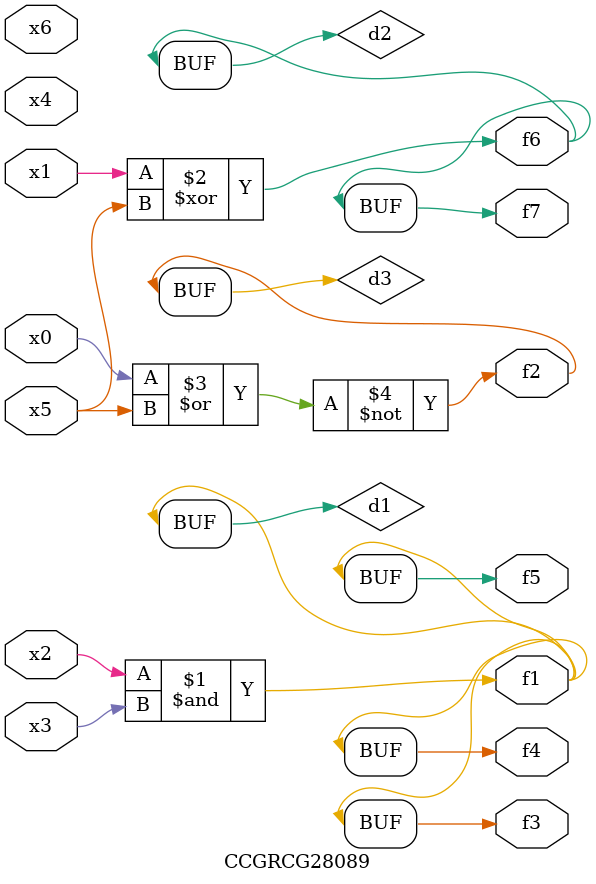
<source format=v>
module CCGRCG28089(
	input x0, x1, x2, x3, x4, x5, x6,
	output f1, f2, f3, f4, f5, f6, f7
);

	wire d1, d2, d3;

	and (d1, x2, x3);
	xor (d2, x1, x5);
	nor (d3, x0, x5);
	assign f1 = d1;
	assign f2 = d3;
	assign f3 = d1;
	assign f4 = d1;
	assign f5 = d1;
	assign f6 = d2;
	assign f7 = d2;
endmodule

</source>
